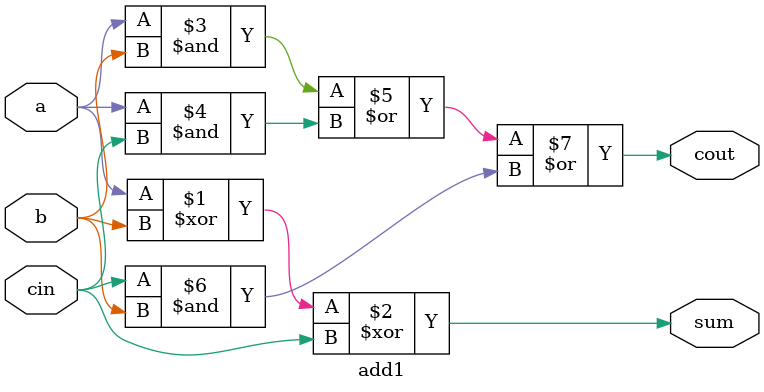
<source format=sv>
module top_module (
    input [31:0] a,
    input [31:0] b,
    output [31:0] sum
);//
    wire carry16;
    add16 low(a[15:0],b[15:0],,sum[15:0], carry16);
    add16 high(a[31:16],b[31:16],carry16,sum[31:16]);
endmodule

module add1 ( input a, input b, input cin,   output sum, output cout );
    assign sum = (a^b)^cin;
    assign cout = (a&b)|(a&cin)|(cin&b);
endmodule

</source>
